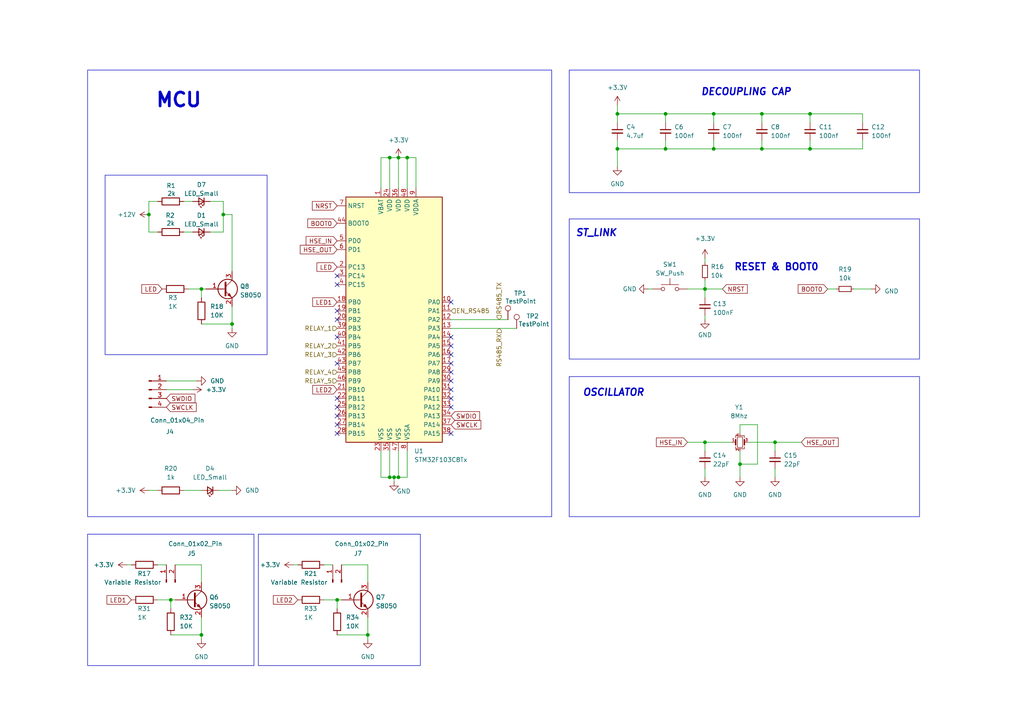
<source format=kicad_sch>
(kicad_sch (version 20231120) (generator "eeschema") (generator_version "8.0")
  (paper "A4")
  (lib_symbols
    (symbol "Connector:Conn_01x02_Pin" (pin_names (offset 1.016) hide)
      (property "Reference" "J" (at 0 2.54 0))
      (property "Value" "Conn_01x02_Pin" (at 0 -5.08 0))
      (symbol "Conn_01x02_Pin_1_1"
        (polyline (pts (xy 1.27 -2.54) (xy 0.8636 -2.54)) (stroke (width 0.1524)))
        (polyline (pts (xy 1.27 0) (xy 0.8636 0)) (stroke (width 0.1524)))
        (rectangle (start 0.8636 -2.413) (end 0 -2.667) (stroke (width 0.1524)) (fill (type outline)))
        (rectangle (start 0.8636 0.127) (end 0 -0.127) (stroke (width 0.1524)) (fill (type outline)))
        (pin passive line (at 5.08 0 180) (length 3.81) (name "Pin_1") (number "1"))
        (pin passive line (at 5.08 -2.54 180) (length 3.81) (name "Pin_2") (number "2"))
      )
    )
    (symbol "Connector:Conn_01x04_Pin" (pin_names (offset 1.016) hide)
      (property "Reference" "J" (at 0 5.08 0))
      (property "Value" "Conn_01x04_Pin" (at 0 -7.62 0))
      (symbol "Conn_01x04_Pin_1_1"
        (polyline (pts (xy 1.27 -5.08) (xy 0.8636 -5.08)) (stroke (width 0.1524)))
        (polyline (pts (xy 1.27 -2.54) (xy 0.8636 -2.54)) (stroke (width 0.1524)))
        (polyline (pts (xy 1.27 0) (xy 0.8636 0)) (stroke (width 0.1524)))
        (polyline (pts (xy 1.27 2.54) (xy 0.8636 2.54)) (stroke (width 0.1524)))
        (rectangle (start 0.8636 -4.953) (end 0 -5.207) (stroke (width 0.1524)) (fill (type outline)))
        (rectangle (start 0.8636 -2.413) (end 0 -2.667) (stroke (width 0.1524)) (fill (type outline)))
        (rectangle (start 0.8636 0.127) (end 0 -0.127) (stroke (width 0.1524)) (fill (type outline)))
        (rectangle (start 0.8636 2.667) (end 0 2.413) (stroke (width 0.1524)) (fill (type outline)))
        (pin passive line (at 5.08 2.54 180) (length 3.81) (name "Pin_1") (number "1"))
        (pin passive line (at 5.08 0 180) (length 3.81) (name "Pin_2") (number "2"))
        (pin passive line (at 5.08 -2.54 180) (length 3.81) (name "Pin_3") (number "3"))
        (pin passive line (at 5.08 -5.08 180) (length 3.81) (name "Pin_4") (number "4"))
      )
    )
    (symbol "Connector:TestPoint" (pin_numbers hide) (pin_names (offset 0.762) hide)
      (property "Reference" "TP" (at 0 6.858 0))
      (property "Value" "TestPoint" (at 0 5.08 0))
      (symbol "TestPoint_0_1"
        (circle (center 0 3.302) (radius 0.762))
      )
      (symbol "TestPoint_1_1"
        (pin passive line (at 0 0 90) (length 2.54) (name "1") (number "1"))
      )
    )
    (symbol "Device:C_Small" (pin_numbers hide) (pin_names (offset 0.254) hide)
      (property "Reference" "C" (at 0.254 1.778 0))
      (property "Value" "C_Small" (at 0.254 -2.032 0))
      (symbol "C_Small_0_1"
        (polyline (pts (xy -1.524 -0.508) (xy 1.524 -0.508)) (stroke (width 0.3302)))
        (polyline (pts (xy -1.524 0.508) (xy 1.524 0.508)) (stroke (width 0.3048)))
      )
      (symbol "C_Small_1_1"
        (pin passive line (at 0 2.54 270) (length 2.032) (name "~") (number "1"))
        (pin passive line (at 0 -2.54 90) (length 2.032) (name "~") (number "2"))
      )
    )
    (symbol "Device:Crystal_GND24_Small" (pin_names (offset 1.016) hide)
      (property "Reference" "Y" (at 1.27 4.445 0))
      (property "Value" "Crystal_GND24_Small" (at 1.27 2.54 0))
      (symbol "Crystal_GND24_Small_0_1"
        (rectangle (start -0.762 -1.524) (end 0.762 1.524))
        (polyline (pts (xy -1.27 -0.762) (xy -1.27 0.762)) (stroke (width 0.381)))
        (polyline (pts (xy 1.27 -0.762) (xy 1.27 0.762)) (stroke (width 0.381)))
        (polyline (pts (xy -1.27 -1.27) (xy -1.27 -1.905) (xy 1.27 -1.905) (xy 1.27 -1.27)))
        (polyline (pts (xy -1.27 1.27) (xy -1.27 1.905) (xy 1.27 1.905) (xy 1.27 1.27)))
      )
      (symbol "Crystal_GND24_Small_1_1"
        (pin passive line (at -2.54 0 0) (length 1.27) (name "1") (number "1"))
        (pin passive line (at 0 -2.54 90) (length 0.635) (name "2") (number "2"))
        (pin passive line (at 2.54 0 180) (length 1.27) (name "3") (number "3"))
        (pin passive line (at 0 2.54 270) (length 0.635) (name "4") (number "4"))
      )
    )
    (symbol "Device:LED_Small" (pin_numbers hide) (pin_names (offset 0.254) hide)
      (property "Reference" "D" (at -1.27 3.175 0))
      (property "Value" "LED_Small" (at -4.445 -2.54 0))
      (symbol "LED_Small_0_1"
        (polyline (pts (xy -0.762 -1.016) (xy -0.762 1.016)) (stroke (width 0.254)))
        (polyline (pts (xy 1.016 0) (xy -0.762 0)))
        (polyline (pts (xy 0.762 -1.016) (xy -0.762 0) (xy 0.762 1.016) (xy 0.762 -1.016)) (stroke (width 0.254)))
        (polyline (pts (xy 0 0.762) (xy -0.508 1.27) (xy -0.254 1.27) (xy -0.508 1.27) (xy -0.508 1.016)))
        (polyline (pts (xy 0.508 1.27) (xy 0 1.778) (xy 0.254 1.778) (xy 0 1.778) (xy 0 1.524)))
      )
      (symbol "LED_Small_1_1"
        (pin passive line (at -2.54 0 0) (length 1.778) (name "K") (number "1"))
        (pin passive line (at 2.54 0 180) (length 1.778) (name "A") (number "2"))
      )
    )
    (symbol "Device:R" (pin_numbers hide) (pin_names (offset 0))
      (property "Reference" "R" (at 2.032 0 90))
      (property "Value" "R" (at 0 0 90))
      (symbol "R_0_1"
        (rectangle (start -1.016 -2.54) (end 1.016 2.54) (stroke (width 0.254)))
      )
      (symbol "R_1_1"
        (pin passive line (at 0 3.81 270) (length 1.27) (name "~") (number "1"))
        (pin passive line (at 0 -3.81 90) (length 1.27) (name "~") (number "2"))
      )
    )
    (symbol "Device:R_Small" (pin_numbers hide) (pin_names (offset 0.254) hide)
      (property "Reference" "R" (at 0.762 0.508 0))
      (property "Value" "R_Small" (at 0.762 -1.016 0))
      (symbol "R_Small_0_1"
        (rectangle (start -0.762 1.778) (end 0.762 -1.778) (stroke (width 0.2032)))
      )
      (symbol "R_Small_1_1"
        (pin passive line (at 0 2.54 270) (length 0.762) (name "~") (number "1"))
        (pin passive line (at 0 -2.54 90) (length 0.762) (name "~") (number "2"))
      )
    )
    (symbol "GND_1" (power) (pin_numbers hide) (pin_names (offset 0) hide)
      (property "Value" "GND" (at 0 -3.81 0))
      (symbol "GND_1_0_1"
        (polyline (pts (xy 0 0) (xy 0 -1.27) (xy 1.27 -1.27) (xy 0 -2.54) (xy -1.27 -1.27) (xy 0 -1.27)))
      )
      (symbol "GND_1_1_1"
        (pin power_in line (at 0 0 270) (length 0) (name "~") (number "1"))
      )
    )
    (symbol "MCU_ST_STM32F1:STM32F103C8Tx"
      (property "Reference" "U" (at -15.24 36.83 0))
      (property "Value" "STM32F103C8Tx" (at 7.62 36.83 0))
      (symbol "STM32F103C8Tx_0_1"
        (rectangle (start -15.24 -35.56) (end 12.7 35.56) (stroke (width 0.254)) (fill (type background)))
      )
      (symbol "STM32F103C8Tx_1_1"
        (pin power_in line (at -5.08 38.1 270) (length 2.54) (name "VBAT") (number "1"))
        (pin bidirectional line (at 15.24 5.08 180) (length 2.54) (name "PA0") (number "10"))
        (pin bidirectional line (at 15.24 2.54 180) (length 2.54) (name "PA1") (number "11"))
        (pin bidirectional line (at 15.24 0 180) (length 2.54) (name "PA2") (number "12"))
        (pin bidirectional line (at 15.24 -2.54 180) (length 2.54) (name "PA3") (number "13"))
        (pin bidirectional line (at 15.24 -5.08 180) (length 2.54) (name "PA4") (number "14"))
        (pin bidirectional line (at 15.24 -7.62 180) (length 2.54) (name "PA5") (number "15"))
        (pin bidirectional line (at 15.24 -10.16 180) (length 2.54) (name "PA6") (number "16"))
        (pin bidirectional line (at 15.24 -12.7 180) (length 2.54) (name "PA7") (number "17"))
        (pin bidirectional line (at -17.78 5.08 0) (length 2.54) (name "PB0") (number "18"))
        (pin bidirectional line (at -17.78 2.54 0) (length 2.54) (name "PB1") (number "19"))
        (pin bidirectional line (at -17.78 15.24 0) (length 2.54) (name "PC13") (number "2"))
        (pin bidirectional line (at -17.78 0 0) (length 2.54) (name "PB2") (number "20"))
        (pin bidirectional line (at -17.78 -20.32 0) (length 2.54) (name "PB10") (number "21"))
        (pin bidirectional line (at -17.78 -22.86 0) (length 2.54) (name "PB11") (number "22"))
        (pin power_in line (at -5.08 -38.1 90) (length 2.54) (name "VSS") (number "23"))
        (pin power_in line (at -2.54 38.1 270) (length 2.54) (name "VDD") (number "24"))
        (pin bidirectional line (at -17.78 -25.4 0) (length 2.54) (name "PB12") (number "25"))
        (pin bidirectional line (at -17.78 -27.94 0) (length 2.54) (name "PB13") (number "26"))
        (pin bidirectional line (at -17.78 -30.48 0) (length 2.54) (name "PB14") (number "27"))
        (pin bidirectional line (at -17.78 -33.02 0) (length 2.54) (name "PB15") (number "28"))
        (pin bidirectional line (at 15.24 -15.24 180) (length 2.54) (name "PA8") (number "29"))
        (pin bidirectional line (at -17.78 12.7 0) (length 2.54) (name "PC14") (number "3"))
        (pin bidirectional line (at 15.24 -17.78 180) (length 2.54) (name "PA9") (number "30"))
        (pin bidirectional line (at 15.24 -20.32 180) (length 2.54) (name "PA10") (number "31"))
        (pin bidirectional line (at 15.24 -22.86 180) (length 2.54) (name "PA11") (number "32"))
        (pin bidirectional line (at 15.24 -25.4 180) (length 2.54) (name "PA12") (number "33"))
        (pin bidirectional line (at 15.24 -27.94 180) (length 2.54) (name "PA13") (number "34"))
        (pin power_in line (at -2.54 -38.1 90) (length 2.54) (name "VSS") (number "35"))
        (pin power_in line (at 0 38.1 270) (length 2.54) (name "VDD") (number "36"))
        (pin bidirectional line (at 15.24 -30.48 180) (length 2.54) (name "PA14") (number "37"))
        (pin bidirectional line (at 15.24 -33.02 180) (length 2.54) (name "PA15") (number "38"))
        (pin bidirectional line (at -17.78 -2.54 0) (length 2.54) (name "PB3") (number "39"))
        (pin bidirectional line (at -17.78 10.16 0) (length 2.54) (name "PC15") (number "4"))
        (pin bidirectional line (at -17.78 -5.08 0) (length 2.54) (name "PB4") (number "40"))
        (pin bidirectional line (at -17.78 -7.62 0) (length 2.54) (name "PB5") (number "41"))
        (pin bidirectional line (at -17.78 -10.16 0) (length 2.54) (name "PB6") (number "42"))
        (pin bidirectional line (at -17.78 -12.7 0) (length 2.54) (name "PB7") (number "43"))
        (pin input line (at -17.78 27.94 0) (length 2.54) (name "BOOT0") (number "44"))
        (pin bidirectional line (at -17.78 -15.24 0) (length 2.54) (name "PB8") (number "45"))
        (pin bidirectional line (at -17.78 -17.78 0) (length 2.54) (name "PB9") (number "46"))
        (pin power_in line (at 0 -38.1 90) (length 2.54) (name "VSS") (number "47"))
        (pin power_in line (at 2.54 38.1 270) (length 2.54) (name "VDD") (number "48"))
        (pin input line (at -17.78 22.86 0) (length 2.54) (name "PD0") (number "5"))
        (pin input line (at -17.78 20.32 0) (length 2.54) (name "PD1") (number "6"))
        (pin input line (at -17.78 33.02 0) (length 2.54) (name "NRST") (number "7"))
        (pin power_in line (at 2.54 -38.1 90) (length 2.54) (name "VSSA") (number "8"))
        (pin power_in line (at 5.08 38.1 270) (length 2.54) (name "VDDA") (number "9"))
      )
    )
    (symbol "S8050_2" (pin_names (offset 0) hide)
      (property "Reference" "Q3" (at 4.826 0.762 0))
      (property "Value" "S8050" (at 4.826 -1.778 0))
      (symbol "S8050_2_0_1"
        (polyline (pts (xy 0 0) (xy 0.635 0)))
        (polyline (pts (xy 0.635 0.635) (xy 2.54 2.54)))
        (polyline (pts (xy 0.635 -0.635) (xy 2.54 -2.54) (xy 2.54 -2.54)))
        (polyline (pts (xy 0.635 1.905) (xy 0.635 -1.905) (xy 0.635 -1.905)) (stroke (width 0.508)))
        (polyline (pts (xy 1.27 -1.778) (xy 1.778 -1.27) (xy 2.286 -2.286) (xy 1.27 -1.778) (xy 1.27 -1.778)) (fill (type outline)))
        (circle (center 1.27 0) (radius 2.8194) (stroke (width 0.254)))
      )
      (symbol "S8050_2_1_1"
        (pin input line (at -5.08 0 0) (length 5.08) (name "B") (number "1"))
        (pin passive line (at 2.54 -5.08 90) (length 2.54) (name "E") (number "2"))
        (pin passive line (at 2.54 5.08 270) (length 2.54) (name "C") (number "3"))
      )
    )
    (symbol "Switch:SW_Push" (pin_numbers hide) (pin_names (offset 1.016) hide)
      (property "Reference" "SW" (at 1.27 2.54 0))
      (property "Value" "SW_Push" (at 0 -1.524 0))
      (symbol "SW_Push_0_1"
        (circle (center -2.032 0) (radius 0.508))
        (polyline (pts (xy 0 1.27) (xy 0 3.048)))
        (polyline (pts (xy 2.54 1.27) (xy -2.54 1.27)))
        (circle (center 2.032 0) (radius 0.508))
        (pin passive line (at -5.08 0 0) (length 2.54) (name "1") (number "1"))
        (pin passive line (at 5.08 0 180) (length 2.54) (name "2") (number "2"))
      )
    )
    (symbol "power:+12V" (power) (pin_numbers hide) (pin_names (offset 0) hide)
      (property "Value" "+12V" (at 0 3.556 0))
      (symbol "+12V_0_1"
        (polyline (pts (xy -0.762 1.27) (xy 0 2.54)))
        (polyline (pts (xy 0 0) (xy 0 2.54)))
        (polyline (pts (xy 0 2.54) (xy 0.762 1.27)))
      )
      (symbol "+12V_1_1"
        (pin power_in line (at 0 0 90) (length 0) (name "~") (number "1"))
      )
    )
    (symbol "power:+3.3V" (power) (pin_names (offset 0))
      (property "Value" "+3.3V" (at 0 3.556 0))
      (symbol "+3.3V_0_1"
        (polyline (pts (xy -0.762 1.27) (xy 0 2.54)))
        (polyline (pts (xy 0 0) (xy 0 2.54)))
        (polyline (pts (xy 0 2.54) (xy 0.762 1.27)))
      )
      (symbol "+3.3V_1_1"
        (pin power_in line (at 0 0 90) (length 0) hide (name "+3.3V") (number "1"))
      )
    )
    (symbol "power:GND" (power) (pin_names (offset 0))
      (property "Value" "GND" (at 0 -3.81 0))
      (symbol "GND_0_1"
        (polyline (pts (xy 0 0) (xy 0 -1.27) (xy 1.27 -1.27) (xy 0 -2.54) (xy -1.27 -1.27) (xy 0 -1.27)))
      )
      (symbol "GND_1_1"
        (pin power_in line (at 0 0 270) (length 0) hide (name "GND") (number "1"))
      )
    )
  )
  (junction (at 234.95 33.02))
  (junction (at 67.31 93.98))
  (junction (at 224.79 128.27))
  (junction (at 97.79 173.99))
  (junction (at 193.04 33.02))
  (junction (at 207.01 33.02))
  (junction (at 114.3 138.43))
  (junction (at 106.68 184.15))
  (junction (at 214.63 134.62))
  (junction (at 115.57 45.72))
  (junction (at 49.53 173.99))
  (junction (at 220.98 33.02))
  (junction (at 204.47 83.82))
  (junction (at 220.98 43.18))
  (junction (at 234.95 43.18))
  (junction (at 207.01 43.18))
  (junction (at 115.57 138.43))
  (junction (at 113.03 138.43))
  (junction (at 179.07 33.02))
  (junction (at 64.77 62.23))
  (junction (at 58.42 83.82))
  (junction (at 193.04 43.18))
  (junction (at 113.03 45.72))
  (junction (at 43.18 62.23))
  (junction (at 179.07 43.18))
  (junction (at 204.47 128.27))
  (junction (at 58.42 184.15))
  (junction (at 118.11 45.72))
  (no_connect (at 130.81 100.33))
  (no_connect (at 97.79 125.73))
  (no_connect (at 97.79 118.11))
  (no_connect (at 130.81 125.73))
  (no_connect (at 97.79 105.41))
  (no_connect (at 130.81 102.87))
  (no_connect (at 130.81 97.79))
  (no_connect (at 130.81 118.11))
  (no_connect (at 97.79 97.79))
  (no_connect (at 97.79 82.55))
  (no_connect (at 130.81 113.03))
  (no_connect (at 97.79 80.01))
  (no_connect (at 130.81 110.49))
  (no_connect (at 97.79 120.65))
  (no_connect (at 97.79 115.57))
  (no_connect (at 97.79 123.19))
  (no_connect (at 130.81 87.63))
  (no_connect (at 130.81 107.95))
  (no_connect (at 130.81 115.57))
  (no_connect (at 130.81 105.41))
  (no_connect (at 97.79 92.71))
  (no_connect (at 97.79 90.17))
  (wire (pts (xy 130.81 95.25) (xy 149.86 95.25)))
  (wire (pts (xy 43.18 62.23) (xy 43.18 67.31)))
  (wire (pts (xy 97.79 173.99) (xy 97.79 176.53)))
  (wire (pts (xy 234.95 33.02) (xy 220.98 33.02)))
  (wire (pts (xy 179.07 30.48) (xy 179.07 33.02)))
  (wire (pts (xy 247.65 83.82) (xy 252.73 83.82)))
  (wire (pts (xy 115.57 45.72) (xy 115.57 54.61)))
  (wire (pts (xy 45.72 67.31) (xy 43.18 67.31)))
  (wire (pts (xy 204.47 92.71) (xy 204.47 91.44)))
  (wire (pts (xy 64.77 62.23) (xy 67.31 62.23)))
  (wire (pts (xy 199.39 128.27) (xy 204.47 128.27)))
  (wire (pts (xy 179.07 43.18) (xy 179.07 48.26)))
  (wire (pts (xy 204.47 86.36) (xy 204.47 83.82)))
  (wire (pts (xy 113.03 138.43) (xy 114.3 138.43)))
  (wire (pts (xy 45.72 163.83) (xy 48.26 163.83)))
  (wire (pts (xy 49.53 173.99) (xy 50.8 173.99)))
  (wire (pts (xy 217.17 128.27) (xy 224.79 128.27)))
  (wire (pts (xy 93.98 163.83) (xy 96.52 163.83)))
  (wire (pts (xy 207.01 43.18) (xy 220.98 43.18)))
  (wire (pts (xy 45.72 58.42) (xy 43.18 58.42)))
  (wire (pts (xy 64.77 62.23) (xy 64.77 58.42)))
  (wire (pts (xy 114.3 138.43) (xy 114.3 139.7)))
  (wire (pts (xy 106.68 185.42) (xy 106.68 184.15)))
  (wire (pts (xy 220.98 43.18) (xy 234.95 43.18)))
  (wire (pts (xy 207.01 40.64) (xy 207.01 43.18)))
  (wire (pts (xy 110.49 54.61) (xy 110.49 45.72)))
  (wire (pts (xy 113.03 45.72) (xy 115.57 45.72)))
  (wire (pts (xy 179.07 33.02) (xy 179.07 35.56)))
  (wire (pts (xy 118.11 130.81) (xy 118.11 138.43)))
  (wire (pts (xy 43.18 142.24) (xy 45.72 142.24)))
  (wire (pts (xy 199.39 83.82) (xy 204.47 83.82)))
  (wire (pts (xy 114.3 138.43) (xy 115.57 138.43)))
  (wire (pts (xy 67.31 78.74) (xy 67.31 62.23)))
  (wire (pts (xy 250.19 43.18) (xy 250.19 40.64)))
  (wire (pts (xy 60.96 58.42) (xy 64.77 58.42)))
  (wire (pts (xy 204.47 81.28) (xy 204.47 83.82)))
  (wire (pts (xy 53.34 58.42) (xy 55.88 58.42)))
  (wire (pts (xy 97.79 184.15) (xy 106.68 184.15)))
  (wire (pts (xy 58.42 83.82) (xy 59.69 83.82)))
  (wire (pts (xy 110.49 45.72) (xy 113.03 45.72)))
  (wire (pts (xy 179.07 43.18) (xy 193.04 43.18)))
  (wire (pts (xy 106.68 184.15) (xy 106.68 179.07)))
  (wire (pts (xy 58.42 184.15) (xy 58.42 179.07)))
  (wire (pts (xy 130.81 92.71) (xy 147.32 92.71)))
  (wire (pts (xy 193.04 43.18) (xy 207.01 43.18)))
  (wire (pts (xy 240.03 83.82) (xy 242.57 83.82)))
  (wire (pts (xy 207.01 33.02) (xy 193.04 33.02)))
  (wire (pts (xy 49.53 184.15) (xy 58.42 184.15)))
  (wire (pts (xy 45.72 173.99) (xy 49.53 173.99)))
  (wire (pts (xy 85.09 163.83) (xy 86.36 163.83)))
  (wire (pts (xy 113.03 45.72) (xy 113.03 54.61)))
  (wire (pts (xy 250.19 33.02) (xy 234.95 33.02)))
  (wire (pts (xy 204.47 74.93) (xy 204.47 76.2)))
  (wire (pts (xy 220.98 33.02) (xy 207.01 33.02)))
  (wire (pts (xy 97.79 173.99) (xy 99.06 173.99)))
  (wire (pts (xy 214.63 125.73) (xy 214.63 123.19)))
  (wire (pts (xy 58.42 163.83) (xy 58.42 168.91)))
  (wire (pts (xy 204.47 128.27) (xy 204.47 130.81)))
  (wire (pts (xy 214.63 123.19) (xy 219.71 123.19)))
  (wire (pts (xy 234.95 40.64) (xy 234.95 43.18)))
  (wire (pts (xy 106.68 163.83) (xy 106.68 168.91)))
  (wire (pts (xy 224.79 128.27) (xy 232.41 128.27)))
  (wire (pts (xy 53.34 142.24) (xy 58.42 142.24)))
  (wire (pts (xy 48.26 113.03) (xy 55.88 113.03)))
  (wire (pts (xy 110.49 130.81) (xy 110.49 138.43)))
  (wire (pts (xy 118.11 45.72) (xy 118.11 54.61)))
  (wire (pts (xy 58.42 83.82) (xy 58.42 86.36)))
  (wire (pts (xy 193.04 33.02) (xy 193.04 35.56)))
  (wire (pts (xy 43.18 58.42) (xy 43.18 62.23)))
  (wire (pts (xy 67.31 93.98) (xy 67.31 88.9)))
  (wire (pts (xy 219.71 123.19) (xy 219.71 134.62)))
  (wire (pts (xy 204.47 128.27) (xy 212.09 128.27)))
  (wire (pts (xy 219.71 134.62) (xy 214.63 134.62)))
  (wire (pts (xy 99.06 163.83) (xy 106.68 163.83)))
  (wire (pts (xy 64.77 67.31) (xy 64.77 62.23)))
  (wire (pts (xy 250.19 35.56) (xy 250.19 33.02)))
  (wire (pts (xy 58.42 93.98) (xy 67.31 93.98)))
  (wire (pts (xy 58.42 185.42) (xy 58.42 184.15)))
  (wire (pts (xy 115.57 130.81) (xy 115.57 138.43)))
  (wire (pts (xy 113.03 130.81) (xy 113.03 138.43)))
  (wire (pts (xy 179.07 40.64) (xy 179.07 43.18)))
  (wire (pts (xy 53.34 67.31) (xy 55.88 67.31)))
  (wire (pts (xy 36.83 163.83) (xy 38.1 163.83)))
  (wire (pts (xy 120.65 54.61) (xy 120.65 45.72)))
  (wire (pts (xy 214.63 134.62) (xy 214.63 138.43)))
  (wire (pts (xy 234.95 33.02) (xy 234.95 35.56)))
  (wire (pts (xy 224.79 135.89) (xy 224.79 138.43)))
  (wire (pts (xy 224.79 128.27) (xy 224.79 130.81)))
  (wire (pts (xy 63.5 142.24) (xy 67.31 142.24)))
  (wire (pts (xy 54.61 83.82) (xy 58.42 83.82)))
  (wire (pts (xy 204.47 135.89) (xy 204.47 138.43)))
  (wire (pts (xy 187.96 83.82) (xy 189.23 83.82)))
  (wire (pts (xy 49.53 173.99) (xy 49.53 176.53)))
  (wire (pts (xy 93.98 173.99) (xy 97.79 173.99)))
  (wire (pts (xy 67.31 95.25) (xy 67.31 93.98)))
  (wire (pts (xy 220.98 33.02) (xy 220.98 35.56)))
  (wire (pts (xy 193.04 40.64) (xy 193.04 43.18)))
  (wire (pts (xy 193.04 33.02) (xy 179.07 33.02)))
  (wire (pts (xy 234.95 43.18) (xy 250.19 43.18)))
  (wire (pts (xy 48.26 110.49) (xy 57.15 110.49)))
  (wire (pts (xy 214.63 130.81) (xy 214.63 134.62)))
  (wire (pts (xy 110.49 138.43) (xy 113.03 138.43)))
  (wire (pts (xy 207.01 33.02) (xy 207.01 35.56)))
  (wire (pts (xy 118.11 45.72) (xy 115.57 45.72)))
  (wire (pts (xy 50.8 163.83) (xy 58.42 163.83)))
  (wire (pts (xy 204.47 83.82) (xy 209.55 83.82)))
  (wire (pts (xy 115.57 138.43) (xy 118.11 138.43)))
  (wire (pts (xy 60.96 67.31) (xy 64.77 67.31)))
  (wire (pts (xy 220.98 40.64) (xy 220.98 43.18)))
  (wire (pts (xy 120.65 45.72) (xy 118.11 45.72)))
  (rectangle (start 165.1 109.22) (end 266.7 149.86))
  (rectangle (start 30.48 50.8) (end 77.47 102.87))
  (rectangle (start 165.1 20.32) (end 266.7 55.88))
  (rectangle (start 165.1 63.5) (end 266.7 104.14))
  (rectangle (start 74.93 154.94) (end 121.92 193.04))
  (rectangle (start 25.4 20.32) (end 160.02 149.86))
  (rectangle (start 25.4 154.94) (end 73.66 193.04))
  (text "OSCILLATOR\n\n" (at 168.91 118.364 0) (effects (font (size 2 2) (thickness 0.4) (bold yes) (italic yes)) (justify left bottom)))
  (text "DECOUPLING CAP\n" (at 203.2 27.94 0) (effects (font (size 2 2) (thickness 0.4) (bold yes) (italic yes)) (justify left bottom)))
  (text "ST_LINK\n" (at 166.878 68.834 0) (effects (font (size 2 2) (thickness 0.4) (bold yes) (italic yes)) (justify left bottom)))
  (text "RESET & BOOT0\n" (at 212.852 78.74 0) (effects (font (size 2 2) (bold yes)) (justify left bottom)))
  (text "MCU\n" (at 44.958 31.496 0) (effects (font (size 4 4) (bold yes)) (justify left bottom)))
  (global_label "LED1" (shape input) (at 38.1 173.99 180) (property "Intersheetrefs" "${INTERSHEET_REFS}" (effects (hide yes))))
  (global_label "HSE_IN" (shape input) (at 199.39 128.27 180) (property "Intersheetrefs" "${INTERSHEET_REFS}" (effects (hide yes))))
  (global_label "HSE_IN" (shape input) (at 97.79 69.85 180) (property "Intersheetrefs" "${INTERSHEET_REFS}" (effects (hide yes))))
  (global_label "LED1" (shape input) (at 97.79 87.63 180) (property "Intersheetrefs" "${INTERSHEET_REFS}" (effects (hide yes))))
  (global_label "SWDIO" (shape input) (at 48.26 115.57 0) (property "Intersheetrefs" "${INTERSHEET_REFS}" (effects (hide yes))))
  (global_label "LED" (shape input) (at 97.79 77.47 180) (property "Intersheetrefs" "${INTERSHEET_REFS}" (effects (hide yes))))
  (global_label "SWDIO" (shape input) (at 130.81 120.65 0) (property "Intersheetrefs" "${INTERSHEET_REFS}" (effects (hide yes))))
  (global_label "NRST" (shape input) (at 209.55 83.82 0) (property "Intersheetrefs" "${INTERSHEET_REFS}" (effects (hide yes))))
  (global_label "SWCLK" (shape input) (at 130.81 123.19 0) (property "Intersheetrefs" "${INTERSHEET_REFS}" (effects (hide yes))))
  (global_label "BOOT0" (shape input) (at 240.03 83.82 180) (property "Intersheetrefs" "${INTERSHEET_REFS}" (effects (hide yes))))
  (global_label "LED" (shape input) (at 46.99 83.82 180) (property "Intersheetrefs" "${INTERSHEET_REFS}" (effects (hide yes))))
  (global_label "BOOT0" (shape input) (at 97.79 64.77 180) (property "Intersheetrefs" "${INTERSHEET_REFS}" (effects (hide yes))))
  (global_label "SWCLK" (shape input) (at 48.26 118.11 0) (property "Intersheetrefs" "${INTERSHEET_REFS}" (effects (hide yes))))
  (global_label "LED2" (shape input) (at 86.36 173.99 180) (property "Intersheetrefs" "${INTERSHEET_REFS}" (effects (hide yes))))
  (global_label "HSE_OUT" (shape input) (at 97.79 72.39 180) (property "Intersheetrefs" "${INTERSHEET_REFS}" (effects (hide yes))))
  (global_label "LED2" (shape input) (at 97.79 113.03 180) (property "Intersheetrefs" "${INTERSHEET_REFS}" (effects (hide yes))))
  (global_label "HSE_OUT" (shape input) (at 232.41 128.27 0) (property "Intersheetrefs" "${INTERSHEET_REFS}" (effects (hide yes))))
  (global_label "NRST" (shape input) (at 97.79 59.69 180) (property "Intersheetrefs" "${INTERSHEET_REFS}" (effects (hide yes))))
  (hierarchical_label "RS485_RX" (shape input) (at 144.78 95.25 270))
  (hierarchical_label "RELAY_2" (shape input) (at 97.79 100.33 180))
  (hierarchical_label "RELAY_4" (shape input) (at 97.79 107.95 180))
  (hierarchical_label "EN_RS485" (shape input) (at 130.81 90.17 0))
  (hierarchical_label "RELAY_1" (shape input) (at 97.79 95.25 180))
  (hierarchical_label "RELAY_5" (shape input) (at 97.79 110.49 180))
  (hierarchical_label "RS485_TX" (shape input) (at 144.78 92.71 90))
  (hierarchical_label "RELAY_3" (shape input) (at 97.79 102.87 180))
  (symbol (lib_id "power:GND") (at 204.47 92.71 0) (unit 1)
    (property "Reference" "#PWR031" (effects (hide yes)))
    (property "Value" "GND" (at 204.47 97.155 0))
  )
  (symbol (lib_id "Device:C_Small") (at 234.95 38.1 0) (unit 1)
    (property "Reference" "C11" (at 237.49 36.8362 0) (effects (justify left)))
    (property "Value" "100nf" (at 237.49 39.3762 0) (effects (justify left)))
    (property "Footprint" "Capacitor_SMD:C_0603_1608Metric" (effects (hide yes)))
  )
  (symbol (lib_name "S8050_2") (lib_id "Transistor_BJT:S8050") (at 64.77 83.82 0) (unit 1)
    (property "Reference" "Q8" (at 69.596 83.058 0) (effects (justify left)))
    (property "Value" "S8050" (at 69.596 85.598 0) (effects (justify left)))
    (property "Footprint" "Package_TO_SOT_SMD:SOT-23" (effects (hide yes)))
    (property "Datasheet" "http://www.unisonic.com.tw/datasheet/S8050.pdf" (effects (hide yes)))
  )
  (symbol (lib_id "Device:C_Small") (at 193.04 38.1 0) (unit 1)
    (property "Reference" "C6" (at 195.58 36.8362 0) (effects (justify left)))
    (property "Value" "100nf" (at 195.58 39.3762 0) (effects (justify left)))
    (property "Footprint" "Capacitor_SMD:C_0603_1608Metric" (effects (hide yes)))
  )
  (symbol (lib_id "Device:R") (at 49.53 180.34 180) (unit 1)
    (property "Reference" "R32" (at 52.07 179.0699 0) (effects (justify right)))
    (property "Value" "10K" (at 52.07 181.6099 0) (effects (justify right)))
    (property "Footprint" "Resistor_SMD:R_0603_1608Metric" (effects (hide yes)))
  )
  (symbol (lib_id "Device:LED_Small") (at 58.42 67.31 180) (unit 1)
    (property "Reference" "D1" (at 58.42 62.484 0))
    (property "Value" "LED_Small" (at 58.42 65.024 0))
    (property "Footprint" "LED_SMD:LED_0805_2012Metric" (effects (hide yes)))
    (property "Description" "Light emitting diode, small symbol" (effects (hide yes)))
  )
  (symbol (lib_id "power:GND") (at 106.68 185.42 0) (unit 1)
    (property "Reference" "#PWR058" (effects (hide yes)))
    (property "Value" "GND" (at 106.68 190.5 0))
    (property "Description" "Power symbol creates a global label with name \"GND\" , ground" (effects (hide yes)))
  )
  (symbol (lib_id "power:GND") (at 58.42 185.42 0) (unit 1)
    (property "Reference" "#PWR056" (effects (hide yes)))
    (property "Value" "GND" (at 58.42 190.5 0))
    (property "Description" "Power symbol creates a global label with name \"GND\" , ground" (effects (hide yes)))
  )
  (symbol (lib_id "Device:LED_Small") (at 60.96 142.24 180) (unit 1)
    (property "Reference" "D4" (at 60.8965 135.89 0))
    (property "Value" "LED_Small" (at 60.8965 138.43 0))
    (property "Footprint" "LED_SMD:LED_0805_2012Metric" (effects (hide yes)))
    (property "Description" "Light emitting diode, small symbol" (effects (hide yes)))
  )
  (symbol (lib_id "Connector:TestPoint") (at 149.86 95.25 0) (unit 1)
    (property "Reference" "TP2" (at 152.654 91.694 0) (effects (justify left)))
    (property "Value" "TestPoint" (at 150.368 93.98 0) (effects (justify left)))
    (property "Footprint" "TestPoint:TestPoint_Loop_D1.80mm_Drill1.0mm_Beaded" (effects (hide yes)))
    (property "Description" "test point" (effects (hide yes)))
  )
  (symbol (lib_id "Device:R") (at 90.17 163.83 90) (unit 1)
    (property "Reference" "R21" (at 88.138 166.37 90) (effects (justify right)))
    (property "Value" "Variable Resistor" (at 78.486 168.91 90) (effects (justify right)))
    (property "Footprint" "Resistor_SMD:R_0603_1608Metric" (effects (hide yes)))
  )
  (symbol (lib_id "Switch:SW_Push") (at 194.31 83.82 0) (unit 1)
    (property "Reference" "SW1" (at 194.31 76.708 0))
    (property "Value" "SW_Push" (at 194.31 79.248 0))
    (property "Footprint" "Button_Switch_THT:SW_Tactile_SPST_Angled_PTS645Vx39-2LFS" (effects (hide yes)))
  )
  (symbol (lib_id "Connector:Conn_01x02_Pin") (at 96.52 168.91 90) (unit 1)
    (property "Reference" "J7" (at 102.616 160.528 90) (effects (justify right)))
    (property "Value" "Conn_01x02_Pin" (at 97.028 157.734 90) (effects (justify right)))
    (property "Footprint" "Connector_JST:JST_EH_B2B-EH-A_1x02_P2.50mm_Vertical" (effects (hide yes)))
    (property "Description" "Generic connector, single row, 01x02, script generated" (effects (hide yes)))
  )
  (symbol (lib_id "Device:R") (at 49.53 67.31 90) (unit 1)
    (property "Reference" "R2" (at 48.006 62.484 90) (effects (justify right)))
    (property "Value" "2k" (at 48.26 64.77 90) (effects (justify right)))
    (property "Footprint" "Resistor_SMD:R_0603_1608Metric" (effects (hide yes)))
  )
  (symbol (lib_name "S8050_2") (lib_id "Transistor_BJT:S8050") (at 104.14 173.99 0) (unit 1)
    (property "Reference" "Q7" (at 108.966 173.228 0) (effects (justify left)))
    (property "Value" "S8050" (at 108.966 175.768 0) (effects (justify left)))
    (property "Footprint" "Package_TO_SOT_SMD:SOT-23" (effects (hide yes)))
    (property "Datasheet" "http://www.unisonic.com.tw/datasheet/S8050.pdf" (effects (hide yes)))
  )
  (symbol (lib_id "Device:R") (at 50.8 83.82 90) (unit 1)
    (property "Reference" "R3" (at 48.768 86.36 90) (effects (justify right)))
    (property "Value" "1K" (at 48.768 88.9 90) (effects (justify right)))
    (property "Footprint" "Resistor_SMD:R_0603_1608Metric" (effects (hide yes)))
  )
  (symbol (lib_id "power:GND") (at 67.31 95.25 0) (unit 1)
    (property "Reference" "#PWR09" (effects (hide yes)))
    (property "Value" "GND" (at 67.31 100.33 0))
    (property "Description" "Power symbol creates a global label with name \"GND\" , ground" (effects (hide yes)))
  )
  (symbol (lib_id "Device:C_Small") (at 204.47 133.35 0) (unit 1)
    (property "Reference" "C14" (at 206.756 132.08 0) (effects (justify left)))
    (property "Value" "22pF" (at 206.756 134.62 0) (effects (justify left)))
    (property "Footprint" "Capacitor_SMD:C_0603_1608Metric" (effects (hide yes)))
  )
  (symbol (lib_id "power:+3.3V") (at 204.47 74.93 0) (unit 1)
    (property "Reference" "#PWR030" (effects (hide yes)))
    (property "Value" "+3.3V" (at 204.47 69.215 0))
  )
  (symbol (lib_id "Device:R_Small") (at 204.47 78.74 0) (unit 1)
    (property "Reference" "R16" (at 206.121 77.343 0) (effects (justify left)))
    (property "Value" "10k" (at 206.121 79.883 0) (effects (justify left)))
    (property "Footprint" "Resistor_SMD:R_0603_1608Metric" (effects (hide yes)))
  )
  (symbol (lib_id "Device:C_Small") (at 224.79 133.35 0) (unit 1)
    (property "Reference" "C15" (at 227.33 132.0862 0) (effects (justify left)))
    (property "Value" "22pF" (at 227.33 134.6262 0) (effects (justify left)))
    (property "Footprint" "Capacitor_SMD:C_0603_1608Metric" (effects (hide yes)))
  )
  (symbol (lib_id "Device:C_Small") (at 250.19 38.1 0) (unit 1)
    (property "Reference" "C12" (at 252.73 36.8362 0) (effects (justify left)))
    (property "Value" "100nf" (at 252.73 39.3762 0) (effects (justify left)))
    (property "Footprint" "Capacitor_SMD:C_0603_1608Metric" (effects (hide yes)))
  )
  (symbol (lib_id "power:GND") (at 179.07 48.26 0) (unit 1)
    (property "Reference" "#PWR028" (effects (hide yes)))
    (property "Value" "GND" (at 179.07 53.34 0))
  )
  (symbol (lib_id "power:+3.3V") (at 43.18 142.24 90) (unit 1)
    (property "Reference" "#PWR026" (effects (hide yes)))
    (property "Value" "+3.3V" (at 39.37 142.2399 90) (effects (justify left)))
  )
  (symbol (lib_id "power:+3.3V") (at 179.07 30.48 0) (unit 1)
    (property "Reference" "#PWR027" (effects (hide yes)))
    (property "Value" "+3.3V" (at 179.07 25.4 0))
  )
  (symbol (lib_id "Device:Crystal_GND24_Small") (at 214.63 128.27 0) (unit 1)
    (property "Reference" "Y1" (at 214.376 118.11 0))
    (property "Value" "8Mhz" (at 214.376 120.65 0))
    (property "Footprint" "Crystal:Crystal_SMD_3225-4Pin_3.2x2.5mm" (effects (hide yes)))
  )
  (symbol (lib_id "Connector:TestPoint") (at 147.32 92.71 0) (unit 1)
    (property "Reference" "TP1" (at 149.098 85.09 0) (effects (justify left)))
    (property "Value" "TestPoint" (at 146.558 87.376 0) (effects (justify left)))
    (property "Footprint" "TestPoint:TestPoint_Loop_D1.80mm_Drill1.0mm_Beaded" (effects (hide yes)))
    (property "Description" "test point" (effects (hide yes)))
  )
  (symbol (lib_id "Device:R") (at 97.79 180.34 180) (unit 1)
    (property "Reference" "R34" (at 100.33 179.0699 0) (effects (justify right)))
    (property "Value" "10K" (at 100.33 181.6099 0) (effects (justify right)))
    (property "Footprint" "Resistor_SMD:R_0603_1608Metric" (effects (hide yes)))
  )
  (symbol (lib_id "Device:R") (at 49.53 58.42 90) (unit 1)
    (property "Reference" "R1" (at 48.26 53.848 90) (effects (justify right)))
    (property "Value" "2k" (at 48.514 56.134 90) (effects (justify right)))
    (property "Footprint" "Resistor_SMD:R_0603_1608Metric" (effects (hide yes)))
  )
  (symbol (lib_id "power:GND") (at 187.96 83.82 270) (unit 1)
    (property "Reference" "#PWR029" (effects (hide yes)))
    (property "Value" "GND" (at 180.594 83.82 90) (effects (justify left)))
  )
  (symbol (lib_id "Device:R") (at 41.91 173.99 90) (unit 1)
    (property "Reference" "R31" (at 39.878 176.53 90) (effects (justify right)))
    (property "Value" "1K" (at 39.878 179.07 90) (effects (justify right)))
    (property "Footprint" "Resistor_SMD:R_0603_1608Metric" (effects (hide yes)))
  )
  (symbol (lib_id "Device:C_Small") (at 179.07 38.1 0) (unit 1)
    (property "Reference" "C4" (at 181.61 36.8362 0) (effects (justify left)))
    (property "Value" "4.7uf" (at 181.61 39.3762 0) (effects (justify left)))
    (property "Footprint" "Capacitor_SMD:C_0805_2012Metric" (effects (hide yes)))
  )
  (symbol (lib_id "power:+3.3V") (at 115.57 45.72 0) (unit 1)
    (property "Reference" "#PWR06" (effects (hide yes)))
    (property "Value" "+3.3V" (at 115.57 40.64 0))
  )
  (symbol (lib_id "power:+3.3V") (at 36.83 163.83 90) (unit 1)
    (property "Reference" "#PWR014" (effects (hide yes)))
    (property "Value" "+3.3V" (at 33.02 163.8299 90) (effects (justify left)))
  )
  (symbol (lib_id "Device:R") (at 90.17 173.99 90) (unit 1)
    (property "Reference" "R33" (at 88.138 176.53 90) (effects (justify right)))
    (property "Value" "1K" (at 88.138 179.07 90) (effects (justify right)))
    (property "Footprint" "Resistor_SMD:R_0603_1608Metric" (effects (hide yes)))
  )
  (symbol (lib_id "power:GND") (at 214.63 138.43 0) (unit 1)
    (property "Reference" "#PWR034" (effects (hide yes)))
    (property "Value" "GND" (at 214.63 143.51 0))
  )
  (symbol (lib_id "Connector:Conn_01x02_Pin") (at 48.26 168.91 90) (unit 1)
    (property "Reference" "J5" (at 54.356 160.528 90) (effects (justify right)))
    (property "Value" "Conn_01x02_Pin" (at 48.768 157.734 90) (effects (justify right)))
    (property "Footprint" "Connector_JST:JST_EH_B2B-EH-A_1x02_P2.50mm_Vertical" (effects (hide yes)))
    (property "Description" "Generic connector, single row, 01x02, script generated" (effects (hide yes)))
  )
  (symbol (lib_id "MCU_ST_STM32F1:STM32F103C8Tx") (at 115.57 92.71 0) (unit 1)
    (property "Reference" "U1" (at 120.1294 130.81 0) (effects (justify left)))
    (property "Value" "STM32F103C8Tx" (at 120.1294 133.35 0) (effects (justify left)))
    (property "Footprint" "Package_QFP:LQFP-48_7x7mm_P0.5mm" (effects (hide yes)))
    (property "Datasheet" "http://www.st.com/st-web-ui/static/active/en/resource/technical/document/datasheet/CD00161566.pdf" (effects (hide yes)))
  )
  (symbol (lib_id "power:+3.3V") (at 85.09 163.83 90) (unit 1)
    (property "Reference" "#PWR038" (effects (hide yes)))
    (property "Value" "+3.3V" (at 81.28 163.8299 90) (effects (justify left)))
  )
  (symbol (lib_id "power:GND") (at 204.47 138.43 0) (unit 1)
    (property "Reference" "#PWR033" (effects (hide yes)))
    (property "Value" "GND" (at 204.47 143.51 0))
  )
  (symbol (lib_id "Device:C_Small") (at 204.47 88.9 0) (unit 1)
    (property "Reference" "C13" (at 206.756 88.138 0) (effects (justify left)))
    (property "Value" "100nF" (at 206.756 90.678 0) (effects (justify left)))
    (property "Footprint" "Capacitor_SMD:C_0603_1608Metric" (effects (hide yes)))
  )
  (symbol (lib_id "power:+12V") (at 43.18 62.23 90) (unit 1)
    (property "Reference" "#PWR01" (effects (hide yes)))
    (property "Value" "+12V" (at 39.37 62.2299 90) (effects (justify left)))
    (property "Description" "Power symbol creates a global label with name \"+12V\"" (effects (hide yes)))
  )
  (symbol (lib_id "Device:R") (at 58.42 90.17 180) (unit 1)
    (property "Reference" "R18" (at 60.96 88.8999 0) (effects (justify right)))
    (property "Value" "10K" (at 60.96 91.4399 0) (effects (justify right)))
    (property "Footprint" "Resistor_SMD:R_0603_1608Metric" (effects (hide yes)))
  )
  (symbol (lib_name "GND_1") (lib_id "power:GND") (at 67.31 142.24 90) (unit 1)
    (property "Reference" "#PWR036" (effects (hide yes)))
    (property "Value" "GND" (at 71.12 142.2399 90) (effects (justify right)))
    (property "Description" "Power symbol creates a global label with name \"GND\" , ground" (effects (hide yes)))
  )
  (symbol (lib_id "Device:R") (at 41.91 163.83 90) (unit 1)
    (property "Reference" "R17" (at 39.878 166.37 90) (effects (justify right)))
    (property "Value" "Variable Resistor" (at 30.226 168.91 90) (effects (justify right)))
    (property "Footprint" "Resistor_SMD:R_0603_1608Metric" (effects (hide yes)))
  )
  (symbol (lib_id "power:GND") (at 252.73 83.82 90) (unit 1)
    (property "Reference" "#PWR032" (effects (hide yes)))
    (property "Value" "GND" (at 256.54 84.455 90) (effects (justify right)))
  )
  (symbol (lib_id "Device:C_Small") (at 207.01 38.1 0) (unit 1)
    (property "Reference" "C7" (at 209.55 36.8362 0) (effects (justify left)))
    (property "Value" "100nf" (at 209.55 39.3762 0) (effects (justify left)))
    (property "Footprint" "Capacitor_SMD:C_0603_1608Metric" (effects (hide yes)))
  )
  (symbol (lib_id "Device:C_Small") (at 220.98 38.1 0) (unit 1)
    (property "Reference" "C8" (at 223.52 36.8362 0) (effects (justify left)))
    (property "Value" "100nf" (at 223.52 39.3762 0) (effects (justify left)))
    (property "Footprint" "Capacitor_SMD:C_0603_1608Metric" (effects (hide yes)))
  )
  (symbol (lib_id "Device:LED_Small") (at 58.42 58.42 180) (unit 1)
    (property "Reference" "D7" (at 58.42 53.594 0))
    (property "Value" "LED_Small" (at 58.42 56.134 0))
    (property "Footprint" "LED_SMD:LED_0805_2012Metric" (effects (hide yes)))
    (property "Description" "Light emitting diode, small symbol" (effects (hide yes)))
  )
  (symbol (lib_name "GND_1") (lib_id "power:GND") (at 57.15 110.49 90) (unit 1)
    (property "Reference" "#PWR040" (effects (hide yes)))
    (property "Value" "GND" (at 60.96 110.4899 90) (effects (justify right)))
    (property "Description" "Power symbol creates a global label with name \"GND\" , ground" (effects (hide yes)))
  )
  (symbol (lib_name "S8050_2") (lib_id "Transistor_BJT:S8050") (at 55.88 173.99 0) (unit 1)
    (property "Reference" "Q6" (at 60.706 173.228 0) (effects (justify left)))
    (property "Value" "S8050" (at 60.706 175.768 0) (effects (justify left)))
    (property "Footprint" "Package_TO_SOT_SMD:SOT-23" (effects (hide yes)))
    (property "Datasheet" "http://www.unisonic.com.tw/datasheet/S8050.pdf" (effects (hide yes)))
  )
  (symbol (lib_id "Device:R") (at 49.53 142.24 90) (unit 1)
    (property "Reference" "R20" (at 49.53 135.89 90))
    (property "Value" "1k" (at 49.53 138.43 90))
    (property "Footprint" "Resistor_SMD:R_0603_1608Metric" (effects (hide yes)))
    (property "Description" "Resistor" (effects (hide yes)))
  )
  (symbol (lib_id "power:+3.3V") (at 55.88 113.03 270) (unit 1)
    (property "Reference" "#PWR039" (effects (hide yes)))
    (property "Value" "+3.3V" (at 59.69 113.0299 90) (effects (justify left)))
  )
  (symbol (lib_id "Connector:Conn_01x04_Pin") (at 43.18 113.03 0) (unit 1)
    (property "Reference" "J4" (at 49.276 125.222 0))
    (property "Value" "Conn_01x04_Pin" (at 51.435 121.92 0))
    (property "Footprint" "Connector_PinHeader_2.00mm:PinHeader_1x04_P2.00mm_Vertical" (effects (hide yes)))
    (property "Description" "Generic connector, single row, 01x04, script generated" (effects (hide yes)))
  )
  (symbol (lib_id "Device:R_Small") (at 245.11 83.82 90) (unit 1)
    (property "Reference" "R19" (at 245.11 78.105 90))
    (property "Value" "10k" (at 245.11 80.645 90))
    (property "Footprint" "Resistor_SMD:R_0603_1608Metric" (effects (hide yes)))
  )
  (symbol (lib_id "power:GND") (at 224.79 138.43 0) (unit 1)
    (property "Reference" "#PWR035" (effects (hide yes)))
    (property "Value" "GND" (at 224.79 143.51 0))
  )
  (symbol (lib_id "power:GND") (at 114.3 139.7 0) (unit 1)
    (property "Reference" "#PWR05" (effects (hide yes)))
    (property "Value" "GND" (at 117.094 142.494 0))
  )
)
</source>
